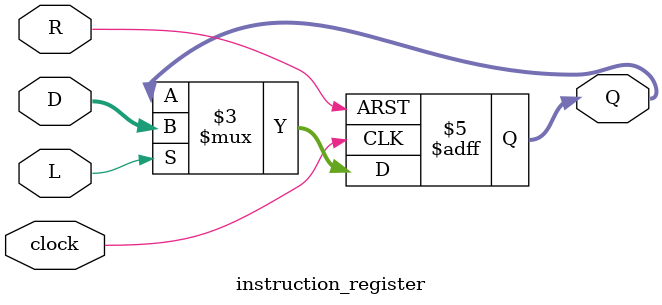
<source format=v>
module instruction_register(Q, D, L, R, clock);

output reg [31:0]Q; // registered output

input [31:0]D; // data input

input L; // load enable

input R; // positive logic asynchronous reset

input clock;

always @(posedge clock or posedge R) begin

if(R)

Q <= 0;

else if(L)

Q <= D;

else

Q <= Q;

end

endmodule

</source>
